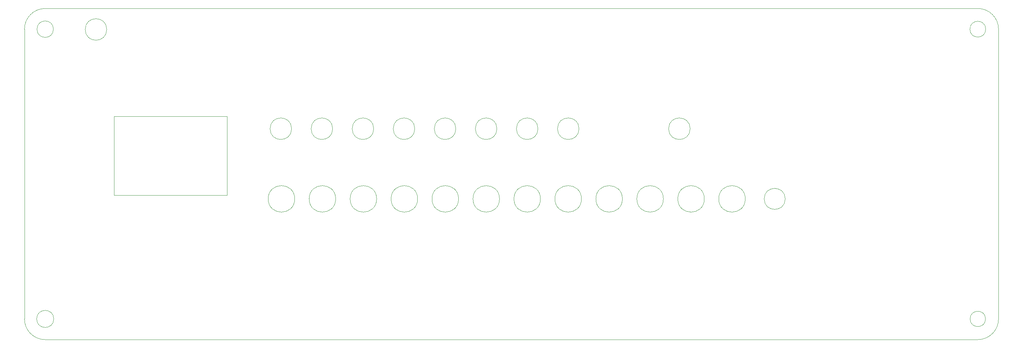
<source format=gbr>
%TF.GenerationSoftware,KiCad,Pcbnew,(6.0.11)*%
%TF.CreationDate,2024-03-29T18:09:22-05:00*%
%TF.ProjectId,dress-front-panel,64726573-732d-4667-926f-6e742d70616e,rev?*%
%TF.SameCoordinates,Original*%
%TF.FileFunction,Profile,NP*%
%FSLAX46Y46*%
G04 Gerber Fmt 4.6, Leading zero omitted, Abs format (unit mm)*
G04 Created by KiCad (PCBNEW (6.0.11)) date 2024-03-29 18:09:22*
%MOMM*%
%LPD*%
G01*
G04 APERTURE LIST*
%TA.AperFunction,Profile*%
%ADD10C,0.050000*%
%TD*%
G04 APERTURE END LIST*
D10*
X40000000Y-230000000D02*
X265000000Y-230000000D01*
X35000000Y-155000000D02*
X35000000Y-225000000D01*
X119261800Y-179050000D02*
G75*
G03*
X119261800Y-179050000I-2600000J0D01*
G01*
X56590000Y-176025000D02*
X83895000Y-176025000D01*
X83895000Y-176025000D02*
X83895000Y-195075000D01*
X83895000Y-195075000D02*
X56590000Y-195075000D01*
X56590000Y-195075000D02*
X56590000Y-176025000D01*
X149610200Y-196000000D02*
G75*
G03*
X149610200Y-196000000I-3200000J0D01*
G01*
X99450000Y-179050000D02*
G75*
G03*
X99450000Y-179050000I-2600000J0D01*
G01*
X158885400Y-179050000D02*
G75*
G03*
X158885400Y-179050000I-2600000J0D01*
G01*
X100200000Y-196000000D02*
G75*
G03*
X100200000Y-196000000I-3200000J0D01*
G01*
X265000000Y-150000000D02*
X40000000Y-150000000D01*
X109355900Y-179050000D02*
G75*
G03*
X109355900Y-179050000I-2600000J0D01*
G01*
X270000000Y-225000000D02*
X270000000Y-155000000D01*
X139073600Y-179050000D02*
G75*
G03*
X139073600Y-179050000I-2600000J0D01*
G01*
X54850000Y-155070000D02*
G75*
G03*
X54850000Y-155070000I-2600000J0D01*
G01*
X148979500Y-179050000D02*
G75*
G03*
X148979500Y-179050000I-2600000J0D01*
G01*
X266909882Y-155000000D02*
G75*
G03*
X266909882Y-155000000I-1909882J0D01*
G01*
X169374300Y-196000000D02*
G75*
G03*
X169374300Y-196000000I-3200000J0D01*
G01*
X270000000Y-155000000D02*
G75*
G03*
X265000000Y-150000000I-5000000J0D01*
G01*
X129167700Y-179050000D02*
G75*
G03*
X129167700Y-179050000I-2600000J0D01*
G01*
X41986234Y-155000000D02*
G75*
G03*
X41986234Y-155000000I-1986234J0D01*
G01*
X199020500Y-196000000D02*
G75*
G03*
X199020500Y-196000000I-3200000J0D01*
G01*
X119964100Y-196000000D02*
G75*
G03*
X119964100Y-196000000I-3200000J0D01*
G01*
X35000000Y-225000000D02*
G75*
G03*
X40000000Y-230000000I5000000J0D01*
G01*
X179256400Y-196000000D02*
G75*
G03*
X179256400Y-196000000I-3200000J0D01*
G01*
X42061128Y-225000000D02*
G75*
G03*
X42061128Y-225000000I-2061128J0D01*
G01*
X159492300Y-196000000D02*
G75*
G03*
X159492300Y-196000000I-3200000J0D01*
G01*
X195600000Y-179050000D02*
G75*
G03*
X195600000Y-179050000I-2600000J0D01*
G01*
X218540000Y-196000000D02*
G75*
G03*
X218540000Y-196000000I-2540000J0D01*
G01*
X129846100Y-196000000D02*
G75*
G03*
X129846100Y-196000000I-3200000J0D01*
G01*
X40000000Y-150000000D02*
G75*
G03*
X35000000Y-155000000I0J-5000000D01*
G01*
X139728200Y-196000000D02*
G75*
G03*
X139728200Y-196000000I-3200000J0D01*
G01*
X110082000Y-196000000D02*
G75*
G03*
X110082000Y-196000000I-3200000J0D01*
G01*
X189138400Y-196000000D02*
G75*
G03*
X189138400Y-196000000I-3200000J0D01*
G01*
X168791300Y-179050000D02*
G75*
G03*
X168791300Y-179050000I-2600000J0D01*
G01*
X208902500Y-196000000D02*
G75*
G03*
X208902500Y-196000000I-3200000J0D01*
G01*
X266859745Y-225000000D02*
G75*
G03*
X266859745Y-225000000I-1859745J0D01*
G01*
X265000000Y-230000000D02*
G75*
G03*
X270000000Y-225000000I0J5000000D01*
G01*
M02*

</source>
